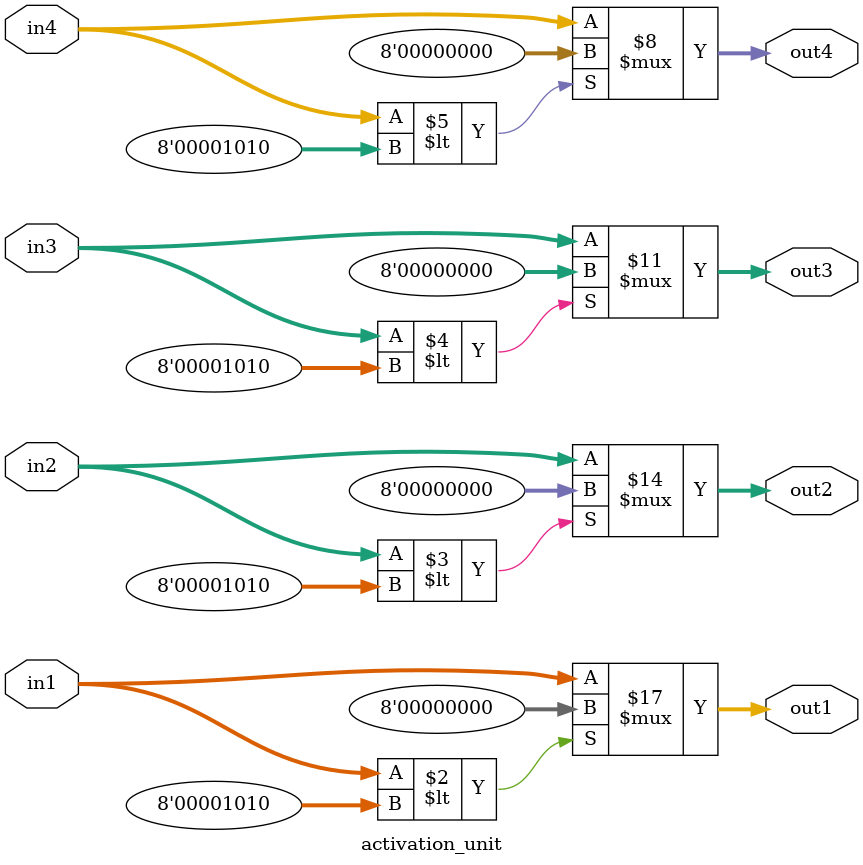
<source format=sv>
module activation_unit 
#(
    parameter bit_width = 8
)
(
    input  logic [bit_width-1:0] in1,in2,in3,in4, 
    output logic [bit_width-1:0] out1,out2,out3,out4 
);
    always_comb begin
        if (in1<8'h0A) 
        begin
            out1 = 8'h00;
        end 
        else 
        begin
            out1 = in1; 
        end
    
        if (in2<8'h0A) 
        begin
            out2 = 8'h00;
        end 
        else 
        begin
            out2 = in2; 
        end
    
        if (in3<8'h0A) 
        begin
            out3 = 8'h00;
        end 
        else 
        begin
            out3 = in3; 
        end

        if (in4<8'h0A) 
        begin
            out4 = 8'h00;
        end 
        else 
        begin
            out4 = in4; 
        end
    end
    // Dump waves
    initial 
    begin
    $dumpfile("dump.vcd");   // Specifies the name of the dump file
    $dumpvars(1, activation_unit);     // Dumps the variables of the adder module
    end
endmodule
</source>
